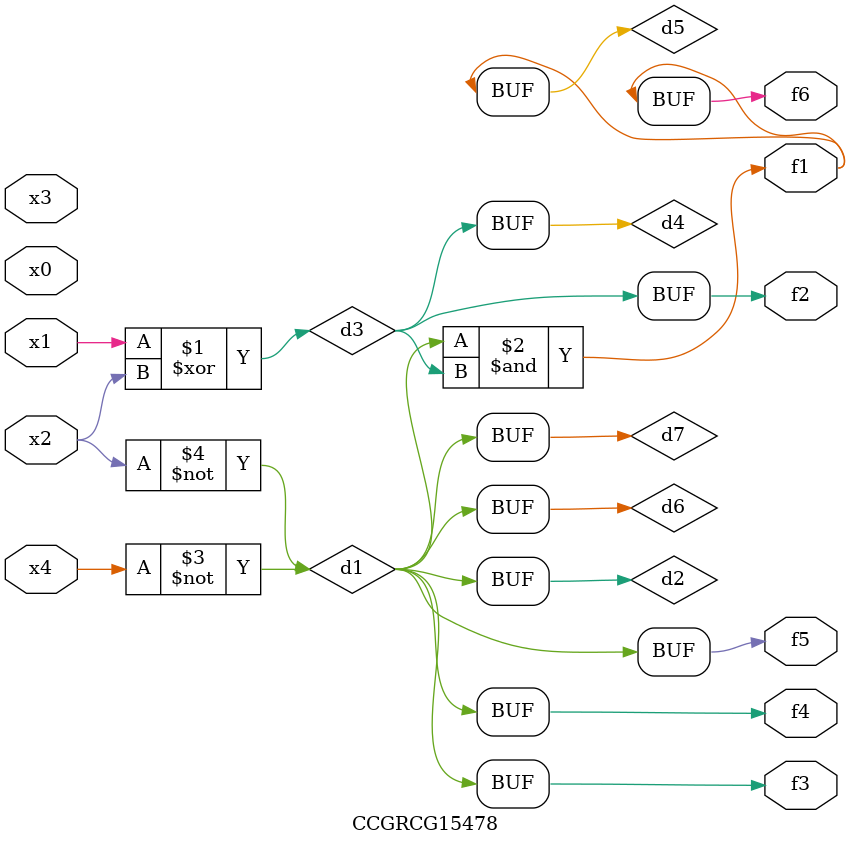
<source format=v>
module CCGRCG15478(
	input x0, x1, x2, x3, x4,
	output f1, f2, f3, f4, f5, f6
);

	wire d1, d2, d3, d4, d5, d6, d7;

	not (d1, x4);
	not (d2, x2);
	xor (d3, x1, x2);
	buf (d4, d3);
	and (d5, d1, d3);
	buf (d6, d1, d2);
	buf (d7, d2);
	assign f1 = d5;
	assign f2 = d4;
	assign f3 = d7;
	assign f4 = d7;
	assign f5 = d7;
	assign f6 = d5;
endmodule

</source>
